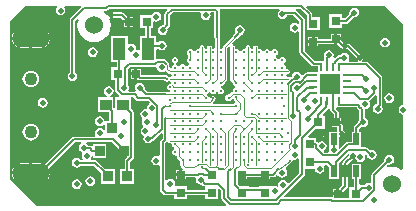
<source format=gbr>
%TF.GenerationSoftware,Altium Limited,Altium Designer,20.2.5 (213)*%
G04 Layer_Physical_Order=4*
G04 Layer_Color=16711680*
%FSLAX26Y26*%
%MOIN*%
%TF.SameCoordinates,0FE6C2C3-B7F4-45EC-A48D-0F423D7CACB9*%
%TF.FilePolarity,Positive*%
%TF.FileFunction,Copper,L4,Bot,Signal*%
%TF.Part,Single*%
G01*
G75*
%TA.AperFunction,SMDPad,CuDef*%
%ADD11R,0.031500X0.031500*%
%ADD18R,0.031500X0.031500*%
%TA.AperFunction,Conductor*%
%ADD22C,0.003000*%
%ADD23C,0.006000*%
%TA.AperFunction,ViaPad*%
%ADD24C,0.060000*%
%TA.AperFunction,ComponentPad*%
%ADD25C,0.043307*%
%ADD26O,0.125984X0.062992*%
%TA.AperFunction,ViaPad*%
%ADD27C,0.010000*%
%ADD28C,0.020000*%
%TA.AperFunction,SMDPad,CuDef*%
%ADD29R,0.009811X0.029716*%
%ADD30R,0.029716X0.009811*%
%ADD31R,0.070866X0.070866*%
%ADD32R,0.019685X0.039590*%
%ADD33R,0.043000X0.075000*%
%TA.AperFunction,ConnectorPad*%
%ADD34R,0.034000X0.038000*%
%TA.AperFunction,SMDPad,CuDef*%
%ADD35R,0.039370X0.038189*%
%TA.AperFunction,ConnectorPad*%
%ADD36R,0.032000X0.035000*%
%TA.AperFunction,NonConductor*%
%ADD37C,0.006000*%
G36*
X1698610Y2188389D02*
X1662244Y2152023D01*
X1660254Y2149046D01*
X1659556Y2145534D01*
Y1971286D01*
X1657197Y1969709D01*
X1653660Y1964417D01*
X1652419Y1958174D01*
X1653660Y1951931D01*
X1657197Y1946639D01*
X1662489Y1943102D01*
X1668732Y1941860D01*
X1674975Y1943102D01*
X1680267Y1946639D01*
X1683804Y1951931D01*
X1685046Y1958174D01*
X1683804Y1964417D01*
X1680267Y1969709D01*
X1677908Y1971286D01*
Y2141733D01*
X1684772Y2148597D01*
X1689011Y2145765D01*
X1687209Y2141413D01*
X1685311Y2127000D01*
X1687209Y2112587D01*
X1692772Y2099155D01*
X1701622Y2087622D01*
X1713156Y2078772D01*
X1726587Y2073209D01*
X1741000Y2071311D01*
X1755413Y2073209D01*
X1768844Y2078772D01*
X1780378Y2087622D01*
X1789228Y2099155D01*
X1794791Y2112587D01*
X1796689Y2127000D01*
X1794791Y2141413D01*
X1792044Y2148046D01*
X1793032Y2149619D01*
X1793575Y2150084D01*
Y2161653D01*
Y2170338D01*
X1791365Y2168862D01*
X1789155Y2165554D01*
X1788776Y2163647D01*
X1783552Y2162242D01*
X1780378Y2166378D01*
X1773592Y2171585D01*
X1775290Y2176585D01*
X1779695D01*
X1783206Y2177284D01*
X1786183Y2179273D01*
X1789912Y2183001D01*
X1983696D01*
X1985609Y2178382D01*
X1978194Y2170966D01*
X1976205Y2167990D01*
X1975506Y2164478D01*
Y2132445D01*
X1970229Y2127169D01*
X1969501Y2127314D01*
X1963258Y2126072D01*
X1957965Y2122535D01*
X1954429Y2117243D01*
X1953187Y2111000D01*
X1954429Y2104757D01*
X1957965Y2099465D01*
X1963258Y2095928D01*
X1969501Y2094686D01*
X1975744Y2095928D01*
X1981036Y2099465D01*
X1984572Y2104757D01*
X1985814Y2111000D01*
X1984852Y2115837D01*
X1991171Y2122156D01*
X1993160Y2125133D01*
X1993859Y2128644D01*
Y2160677D01*
X2004183Y2171001D01*
X2094706D01*
X2097587Y2166001D01*
X2096628Y2161177D01*
X2097869Y2154935D01*
X2101406Y2149642D01*
X2106698Y2146106D01*
X2112941Y2144864D01*
X2119184Y2146106D01*
X2124477Y2149642D01*
X2128013Y2154935D01*
X2129255Y2161177D01*
X2128295Y2166001D01*
X2131176Y2171001D01*
X2141548D01*
X2142151Y2170398D01*
Y2088978D01*
X2142849Y2085466D01*
X2143680Y2084223D01*
Y2053070D01*
X2138680Y2048967D01*
X2138531Y2048997D01*
X2138384Y2048967D01*
X2133384Y2053071D01*
Y2054709D01*
X2132802Y2057636D01*
X2131144Y2060117D01*
X2128664Y2061774D01*
X2125737Y2062356D01*
X2122811Y2061774D01*
X2120330Y2060117D01*
X2118672Y2057636D01*
X2118090Y2054709D01*
Y2053070D01*
X2113090Y2048967D01*
X2112941Y2048997D01*
X2112792Y2048967D01*
X2107792Y2053070D01*
Y2054709D01*
X2107210Y2057636D01*
X2105552Y2060117D01*
X2103072Y2061774D01*
X2100145Y2062356D01*
X2097219Y2061774D01*
X2094738Y2060117D01*
X2093080Y2057636D01*
X2092498Y2054709D01*
Y2053071D01*
X2087498Y2048967D01*
X2087351Y2048997D01*
X2083059Y2048143D01*
X2079421Y2045712D01*
X2077166Y2042338D01*
X2075184Y2042073D01*
X2073926D01*
X2071944Y2042338D01*
X2069690Y2045712D01*
X2066051Y2048143D01*
X2061759Y2048997D01*
X2057467Y2048143D01*
X2053829Y2045712D01*
X2051397Y2042073D01*
X2050544Y2037781D01*
X2051397Y2033489D01*
X2053829Y2029850D01*
X2054112Y2029661D01*
Y2020311D01*
X2053829Y2020122D01*
X2051397Y2016483D01*
X2050544Y2012191D01*
X2051397Y2007899D01*
X2053829Y2004260D01*
X2057200Y2002008D01*
X2057467Y2000000D01*
Y1998792D01*
X2057200Y1996784D01*
X2053829Y1994532D01*
X2051576Y1991160D01*
X2049568Y1990893D01*
X2048361D01*
X2046352Y1991160D01*
X2044100Y1994532D01*
X2040461Y1996963D01*
X2036169Y1997816D01*
X2031877Y1996963D01*
X2028239Y1994532D01*
X2025986Y1991160D01*
X2023978Y1990893D01*
X2022771D01*
X2020763Y1991160D01*
X2018510Y1994532D01*
X2015138Y1996784D01*
X2014871Y1998792D01*
Y2000000D01*
X2015138Y2002008D01*
X2018510Y2004260D01*
X2020941Y2007899D01*
X2021795Y2012191D01*
X2020941Y2016483D01*
X2018510Y2020122D01*
X2014871Y2022553D01*
X2010579Y2023407D01*
X2006287Y2022553D01*
X2002649Y2020122D01*
X2000217Y2016483D01*
X1999364Y2012191D01*
X2000217Y2007899D01*
X2002649Y2004260D01*
X2006020Y2002008D01*
X2006287Y2000000D01*
Y1998792D01*
X2006020Y1996784D01*
X2002649Y1994532D01*
X2000217Y1990893D01*
X1999364Y1986601D01*
X1999393Y1986452D01*
X1998970Y1985630D01*
X1995644Y1984589D01*
X1991534Y1987955D01*
Y1996815D01*
X1990951Y1999742D01*
X1989879Y2001347D01*
X1989515Y2003177D01*
X1987526Y2006154D01*
X1980611Y2013068D01*
X1977634Y2015057D01*
X1974122Y2015756D01*
X1951308D01*
X1948500Y2018060D01*
Y2046870D01*
X1949313Y2047653D01*
X1954717Y2048463D01*
X1960010Y2044926D01*
X1966253Y2043685D01*
X1972495Y2044926D01*
X1977788Y2048463D01*
X1981324Y2053755D01*
X1982566Y2059998D01*
X1981324Y2066241D01*
X1977788Y2071533D01*
X1972495Y2075070D01*
X1966253Y2076311D01*
X1960010Y2075070D01*
X1954717Y2071533D01*
X1949313Y2072343D01*
X1948500Y2073126D01*
Y2091500D01*
X1930176D01*
Y2117250D01*
X1937750D01*
Y2138206D01*
X1942750Y2140796D01*
X1948155Y2139720D01*
X1954398Y2140962D01*
X1959690Y2144499D01*
X1963226Y2149791D01*
X1964468Y2156034D01*
X1963226Y2162277D01*
X1959690Y2167569D01*
X1954398Y2171106D01*
X1948155Y2172347D01*
X1941912Y2171106D01*
X1936619Y2167569D01*
X1933083Y2162277D01*
X1932779Y2160750D01*
X1894250D01*
Y2117250D01*
X1911824D01*
Y2091500D01*
X1893500D01*
Y2046188D01*
X1889090Y2043831D01*
X1888349Y2044326D01*
X1885026Y2044987D01*
X1880738Y2049060D01*
X1879496Y2055303D01*
X1875960Y2060596D01*
X1870668Y2064132D01*
X1864425Y2065374D01*
X1858182Y2064132D01*
X1857500Y2063676D01*
X1852500Y2066349D01*
Y2091500D01*
X1797500D01*
Y2004500D01*
X1815824D01*
Y1987750D01*
X1798250D01*
Y1944250D01*
X1810824D01*
Y1911210D01*
X1811522Y1907699D01*
X1813511Y1904722D01*
X1825139Y1893094D01*
X1823067Y1888094D01*
X1811253D01*
Y1855172D01*
X1806253Y1852462D01*
X1805071Y1853231D01*
X1804749Y1853789D01*
Y1888094D01*
X1794513D01*
X1794020Y1893094D01*
X1795822Y1893453D01*
X1801114Y1896989D01*
X1804651Y1902282D01*
X1805893Y1908525D01*
X1804651Y1914767D01*
X1801114Y1920060D01*
X1795822Y1923596D01*
X1789579Y1924838D01*
X1783336Y1923596D01*
X1778044Y1920060D01*
X1774507Y1914767D01*
X1773266Y1908525D01*
X1774507Y1902282D01*
X1778044Y1896989D01*
X1783336Y1893453D01*
X1785138Y1893094D01*
X1784646Y1888094D01*
X1753379D01*
Y1837906D01*
X1790824D01*
Y1807706D01*
X1781071D01*
X1778000Y1807706D01*
X1775479Y1811662D01*
X1775072Y1813708D01*
X1771535Y1819000D01*
X1766243Y1822537D01*
X1760000Y1823778D01*
X1753757Y1822537D01*
X1748465Y1819000D01*
X1744928Y1813708D01*
X1743687Y1807465D01*
X1744928Y1801222D01*
X1748465Y1795930D01*
X1753757Y1792393D01*
X1760000Y1791151D01*
X1766243Y1792393D01*
X1771535Y1795930D01*
X1773000Y1798121D01*
X1778000Y1796605D01*
Y1779461D01*
X1773000Y1777944D01*
X1771535Y1780136D01*
X1766243Y1783672D01*
X1760000Y1784914D01*
X1753757Y1783672D01*
X1748465Y1780136D01*
X1744928Y1774843D01*
X1743687Y1768601D01*
X1744928Y1762358D01*
X1745370Y1761696D01*
X1742698Y1756696D01*
X1673426D01*
X1669914Y1755998D01*
X1666938Y1754009D01*
X1576426Y1663497D01*
X1569718Y1666275D01*
X1561496Y1667358D01*
X1535000D01*
Y1640590D01*
X1592606D01*
X1592181Y1643812D01*
X1589403Y1650520D01*
X1677227Y1738344D01*
X1696907D01*
X1698423Y1733344D01*
X1695279Y1731242D01*
X1691742Y1725950D01*
X1690501Y1719707D01*
X1691742Y1713464D01*
X1695279Y1708172D01*
X1700439Y1704724D01*
X1702103Y1700103D01*
X1701065Y1698550D01*
X1699823Y1692307D01*
X1701065Y1686064D01*
X1702887Y1683337D01*
X1700512Y1678894D01*
X1695616Y1678781D01*
X1694336Y1680696D01*
X1689044Y1684233D01*
X1682801Y1685475D01*
X1676558Y1684233D01*
X1671265Y1680696D01*
X1667729Y1675404D01*
X1666487Y1669161D01*
X1667729Y1662918D01*
X1671265Y1657626D01*
X1676558Y1654089D01*
X1682801Y1652848D01*
X1689044Y1654089D01*
X1694336Y1657626D01*
X1695912Y1659985D01*
X1740538D01*
X1765500Y1635023D01*
Y1600000D01*
X1811500D01*
Y1650000D01*
X1776477D01*
X1750828Y1675650D01*
X1747851Y1677639D01*
X1744339Y1678337D01*
X1732059D01*
X1729386Y1683337D01*
X1731208Y1686064D01*
X1732450Y1692307D01*
X1736820Y1695968D01*
X1737646Y1695652D01*
Y1686296D01*
X1781646D01*
Y1733296D01*
X1737646D01*
Y1725778D01*
X1732646Y1723707D01*
X1732303Y1724050D01*
X1729326Y1726040D01*
X1725814Y1726738D01*
X1721359D01*
X1718349Y1731242D01*
X1715205Y1733344D01*
X1716721Y1738344D01*
X1798829D01*
X1819365Y1717807D01*
X1822342Y1715818D01*
X1822982Y1715691D01*
X1823877Y1714796D01*
X1840354D01*
Y1709796D01*
X1845354D01*
Y1692296D01*
X1849572D01*
X1851485Y1687677D01*
X1845011Y1681203D01*
X1843022Y1678226D01*
X1842324Y1674714D01*
Y1650000D01*
X1828500D01*
Y1600000D01*
X1874500D01*
Y1650000D01*
X1860676D01*
Y1670913D01*
X1871843Y1682080D01*
X1873832Y1685056D01*
X1874530Y1688568D01*
Y1797301D01*
X1874273Y1798595D01*
Y1834841D01*
X1873574Y1838353D01*
X1871585Y1841330D01*
X1862623Y1850292D01*
Y1887857D01*
X1872134D01*
X1881446Y1878544D01*
X1884423Y1876555D01*
X1887935Y1875857D01*
X1921481D01*
X1926745Y1870593D01*
X1925246Y1865020D01*
X1921157Y1862288D01*
X1917621Y1856995D01*
X1916379Y1850753D01*
X1913351Y1847725D01*
X1911644Y1848064D01*
X1905401Y1846822D01*
X1900109Y1843286D01*
X1896573Y1837994D01*
X1895331Y1831751D01*
X1896573Y1825508D01*
X1900109Y1820215D01*
X1900741Y1819793D01*
X1901878Y1813020D01*
X1900730Y1811301D01*
X1899488Y1805058D01*
X1900730Y1798815D01*
X1904017Y1793896D01*
X1904246Y1793371D01*
X1903520Y1788008D01*
X1900599Y1786056D01*
X1897063Y1780764D01*
X1895821Y1774521D01*
X1897063Y1768278D01*
X1900599Y1762985D01*
X1905892Y1759449D01*
X1906705Y1757485D01*
X1905928Y1756322D01*
X1904687Y1750079D01*
X1905928Y1743836D01*
X1909465Y1738544D01*
X1914757Y1735007D01*
X1921000Y1733765D01*
X1927243Y1735007D01*
X1932535Y1738544D01*
X1934482Y1741456D01*
X1935010D01*
X1938522Y1742155D01*
X1941498Y1744144D01*
X1964457Y1767102D01*
X1969076Y1765189D01*
Y1749853D01*
X1963279Y1744056D01*
X1961290Y1741079D01*
X1960591Y1737567D01*
Y1693842D01*
X1955591Y1691170D01*
X1954398Y1691967D01*
X1948155Y1693209D01*
X1941912Y1691967D01*
X1936619Y1688431D01*
X1933083Y1683138D01*
X1931841Y1676895D01*
X1933083Y1670652D01*
X1936619Y1665360D01*
X1941912Y1661824D01*
X1948155Y1660582D01*
X1954398Y1661824D01*
X1955591Y1662621D01*
X1960591Y1659948D01*
Y1580000D01*
X1961290Y1576488D01*
X1963279Y1573511D01*
X1973279Y1563511D01*
X1976256Y1561522D01*
X1979767Y1560824D01*
X2008718D01*
Y1548250D01*
X2052218D01*
Y1560824D01*
X2111080D01*
Y1548250D01*
X2154580D01*
Y1580631D01*
X2159199Y1582545D01*
X2165299Y1576445D01*
Y1551115D01*
X2165997Y1547603D01*
X2167987Y1544626D01*
X2182233Y1530380D01*
X2180162Y1525380D01*
X1551592D01*
X1460373Y1616599D01*
Y2143000D01*
X1510762Y2193389D01*
X1616104D01*
X1617674Y2188425D01*
X1614138Y2183132D01*
X1612896Y2176889D01*
X1614138Y2170646D01*
X1617674Y2165354D01*
X1622966Y2161818D01*
X1629209Y2160576D01*
X1635452Y2161818D01*
X1640745Y2165354D01*
X1644281Y2170646D01*
X1645523Y2176889D01*
X1644281Y2183132D01*
X1640745Y2188425D01*
X1642315Y2193389D01*
X1696539D01*
X1698610Y2188389D01*
D02*
G37*
G36*
X2360287Y2178001D02*
X2357312Y2176013D01*
X2353776Y2170721D01*
X2352534Y2164478D01*
X2353776Y2158235D01*
X2357312Y2152943D01*
X2362604Y2149406D01*
X2368847Y2148164D01*
X2375090Y2149406D01*
X2380383Y2152943D01*
X2383919Y2158235D01*
X2384473Y2161019D01*
X2405237D01*
X2425074Y2141182D01*
Y2132683D01*
X2422376Y2131326D01*
X2420074Y2130752D01*
X2415280Y2133955D01*
X2409038Y2135197D01*
X2402795Y2133955D01*
X2397502Y2130419D01*
X2393966Y2125126D01*
X2392724Y2118883D01*
X2393966Y2112640D01*
X2397502Y2107348D01*
X2402795Y2103811D01*
X2409038Y2102570D01*
X2415280Y2103811D01*
X2420074Y2107014D01*
X2422376Y2106441D01*
X2425074Y2105084D01*
Y2037781D01*
X2425772Y2034269D01*
X2427761Y2031292D01*
X2466016Y1993038D01*
X2468993Y1991049D01*
X2472505Y1990350D01*
X2486762D01*
Y1971906D01*
X2450142D01*
Y1970173D01*
X2446648Y1969478D01*
X2443671Y1967489D01*
X2436869Y1960687D01*
X2432828Y1961913D01*
X2431796Y1962685D01*
X2428515Y1967595D01*
X2423223Y1971132D01*
X2416980Y1972373D01*
X2410737Y1971132D01*
X2405445Y1967595D01*
X2401908Y1962303D01*
X2400899Y1957232D01*
X2398381Y1955549D01*
X2396899Y1954067D01*
X2391183Y1953622D01*
X2388702Y1955280D01*
X2385776Y1955862D01*
X2384137D01*
X2380034Y1960862D01*
X2380063Y1961009D01*
X2380033Y1961158D01*
X2384137Y1966158D01*
X2385776D01*
X2388702Y1966740D01*
X2391183Y1968398D01*
X2392840Y1970879D01*
X2393423Y1973805D01*
X2392840Y1976731D01*
X2391183Y1979212D01*
X2388702Y1980870D01*
X2385776Y1981452D01*
X2384137D01*
X2380033Y1986452D01*
X2380063Y1986601D01*
X2379209Y1990893D01*
X2376778Y1994532D01*
X2373406Y1996784D01*
X2373139Y1998792D01*
Y2000000D01*
X2373406Y2002008D01*
X2376778Y2004260D01*
X2379209Y2007899D01*
X2380063Y2012191D01*
X2379209Y2016483D01*
X2376778Y2020122D01*
X2373139Y2022553D01*
X2368847Y2023407D01*
X2364555Y2022553D01*
X2360917Y2020122D01*
X2358664Y2016750D01*
X2356656Y2016483D01*
X2355449D01*
X2353441Y2016750D01*
X2351188Y2020122D01*
X2347816Y2022374D01*
X2347549Y2024382D01*
Y2025590D01*
X2347816Y2027598D01*
X2351188Y2029850D01*
X2353619Y2033489D01*
X2354473Y2037781D01*
X2353619Y2042073D01*
X2351188Y2045712D01*
X2347549Y2048143D01*
X2343257Y2048997D01*
X2338965Y2048143D01*
X2335327Y2045712D01*
X2333074Y2042340D01*
X2331066Y2042073D01*
X2329859D01*
X2327851Y2042340D01*
X2325598Y2045712D01*
X2321959Y2048143D01*
X2317667Y2048997D01*
X2313375Y2048143D01*
X2309737Y2045712D01*
X2307484Y2042340D01*
X2305476Y2042073D01*
X2304269D01*
X2302260Y2042340D01*
X2300008Y2045712D01*
X2296369Y2048143D01*
X2292077Y2048997D01*
X2291928Y2048967D01*
X2286928Y2053070D01*
Y2054709D01*
X2286346Y2057636D01*
X2284688Y2060117D01*
X2282207Y2061774D01*
X2279281Y2062356D01*
X2276355Y2061774D01*
X2273874Y2060117D01*
X2272216Y2057636D01*
X2271634Y2054709D01*
Y2053070D01*
X2266634Y2048967D01*
X2266485Y2048997D01*
X2266336Y2048967D01*
X2261336Y2053070D01*
Y2054709D01*
X2260754Y2057636D01*
X2259096Y2060117D01*
X2256615Y2061774D01*
X2253689Y2062356D01*
X2250763Y2061774D01*
X2248282Y2060117D01*
X2246624Y2057636D01*
X2246042Y2054709D01*
Y2053071D01*
X2241042Y2048967D01*
X2240895Y2048997D01*
X2236603Y2048143D01*
X2232965Y2045712D01*
X2230712Y2042340D01*
X2228704Y2042073D01*
X2227497D01*
X2225488Y2042340D01*
X2223236Y2045712D01*
X2219597Y2048143D01*
X2215305Y2048997D01*
X2215156Y2048967D01*
X2210156Y2053070D01*
Y2054709D01*
X2209574Y2057636D01*
X2207916Y2060117D01*
X2205436Y2061774D01*
X2202509Y2062356D01*
X2202435Y2062341D01*
X2199972Y2066950D01*
X2213231Y2080208D01*
X2214697Y2080500D01*
X2217674Y2082489D01*
X2228638Y2093453D01*
X2229840Y2095251D01*
X2233243Y2095928D01*
X2238535Y2099465D01*
X2242072Y2104757D01*
X2243314Y2111000D01*
X2242072Y2117243D01*
X2238535Y2122535D01*
X2233243Y2126072D01*
X2227000Y2127314D01*
X2220757Y2126072D01*
X2215465Y2122535D01*
X2211928Y2117243D01*
X2210686Y2111000D01*
X2211928Y2104757D01*
X2212753Y2103523D01*
X2204697Y2095466D01*
X2202708Y2092490D01*
X2202416Y2091023D01*
X2171510Y2060117D01*
X2169852Y2057636D01*
X2169270Y2054709D01*
Y2053070D01*
X2164270Y2048967D01*
X2164121Y2048997D01*
X2163974Y2048967D01*
X2158974Y2053071D01*
Y2084223D01*
X2159805Y2085466D01*
X2160503Y2088978D01*
Y2174199D01*
X2159805Y2177710D01*
X2159611Y2178001D01*
X2162283Y2183001D01*
X2358770D01*
X2360287Y2178001D01*
D02*
G37*
G36*
X2769176Y2133302D02*
Y1861589D01*
X2765827Y1860923D01*
X2760534Y1857386D01*
X2756998Y1852094D01*
X2755756Y1845851D01*
X2756998Y1839608D01*
X2760534Y1834316D01*
X2765827Y1830779D01*
X2769176Y1830113D01*
Y1647487D01*
X2764692Y1645276D01*
X2760845Y1648228D01*
X2747413Y1653791D01*
X2733000Y1655689D01*
X2719378Y1653896D01*
X2716102Y1657691D01*
X2722162Y1663751D01*
X2724945Y1663197D01*
X2731188Y1664439D01*
X2736480Y1667976D01*
X2740017Y1673268D01*
X2741258Y1679511D01*
X2740017Y1685754D01*
X2736480Y1691046D01*
X2731188Y1694583D01*
X2724945Y1695824D01*
X2718702Y1694583D01*
X2713410Y1691046D01*
X2709873Y1685754D01*
X2708631Y1679511D01*
X2709185Y1676728D01*
X2668299Y1635842D01*
X2666310Y1632865D01*
X2665611Y1629353D01*
Y1604254D01*
X2660611Y1601373D01*
X2655787Y1602333D01*
X2649544Y1601091D01*
X2644252Y1597555D01*
X2642676Y1595196D01*
X2633019D01*
X2629508Y1594497D01*
X2629176Y1594276D01*
X2624176Y1596948D01*
Y1615205D01*
X2630843D01*
Y1666795D01*
X2599157D01*
Y1615205D01*
X2605824D01*
Y1587750D01*
X2591250D01*
Y1550426D01*
X2568750D01*
Y1561000D01*
X2553000D01*
X2537250D01*
Y1556924D01*
X2534810Y1555074D01*
X2532250Y1553884D01*
X2529522Y1554426D01*
X2376521D01*
X2374607Y1559046D01*
X2440739Y1625177D01*
X2442728Y1628154D01*
X2443426Y1631666D01*
Y1649250D01*
X2476075D01*
X2477306Y1643060D01*
X2480843Y1637768D01*
X2486135Y1634231D01*
X2492378Y1632989D01*
X2498621Y1634231D01*
X2503913Y1637768D01*
X2507450Y1643060D01*
X2508691Y1649303D01*
X2507450Y1655546D01*
X2506596Y1656824D01*
X2509269Y1661824D01*
X2516350D01*
X2524356Y1653818D01*
Y1615205D01*
X2556041D01*
Y1646956D01*
X2556217Y1647842D01*
Y1668239D01*
X2587146Y1699168D01*
X2589109Y1698877D01*
X2589235Y1698796D01*
X2590970Y1693546D01*
X2571111Y1673688D01*
X2569122Y1670711D01*
X2568424Y1667199D01*
Y1660795D01*
X2567758D01*
Y1646000D01*
X2577600D01*
X2587443D01*
Y1660795D01*
X2587443Y1660795D01*
X2587443D01*
X2587443Y1660795D01*
X2588666Y1665288D01*
X2606180Y1682802D01*
X2606610Y1682887D01*
X2607855Y1683719D01*
X2613266Y1681933D01*
X2613362Y1681843D01*
X2616848Y1676626D01*
X2622140Y1673089D01*
X2628383Y1671848D01*
X2634626Y1673089D01*
X2639918Y1676626D01*
X2643455Y1681918D01*
X2644697Y1688161D01*
X2643738Y1692977D01*
X2645803Y1697310D01*
X2646377Y1698021D01*
X2650070Y1695816D01*
X2651311Y1689573D01*
X2654848Y1684280D01*
X2660140Y1680744D01*
X2666383Y1679502D01*
X2672626Y1680744D01*
X2677918Y1684280D01*
X2681455Y1689573D01*
X2682697Y1695816D01*
X2681455Y1702059D01*
X2677918Y1707351D01*
X2672626Y1710888D01*
X2666383Y1712129D01*
X2661594Y1711177D01*
X2654975Y1717796D01*
X2651998Y1719785D01*
X2648486Y1720483D01*
X2635328D01*
X2630843Y1721725D01*
Y1773315D01*
X2624176D01*
Y1780817D01*
X2632310Y1788951D01*
X2637915Y1787836D01*
X2644158Y1789078D01*
X2649451Y1792614D01*
X2652987Y1797906D01*
X2654229Y1804149D01*
X2652987Y1810392D01*
X2649451Y1815685D01*
X2644158Y1819221D01*
X2643707Y1819311D01*
Y1842760D01*
X2644514Y1847630D01*
X2650757Y1848872D01*
X2656050Y1852409D01*
X2659586Y1857701D01*
X2660828Y1863944D01*
X2659586Y1870187D01*
X2659585Y1870188D01*
X2659481Y1870393D01*
X2659481Y1870394D01*
X2659481Y1870394D01*
X2658120Y1874466D01*
X2661097Y1876455D01*
X2678432Y1893790D01*
X2683432Y1891719D01*
Y1866949D01*
X2683196Y1866714D01*
X2681673Y1864433D01*
X2680673Y1864235D01*
X2675381Y1860698D01*
X2671844Y1855406D01*
X2670603Y1849163D01*
X2671844Y1842920D01*
X2675381Y1837627D01*
X2680673Y1834091D01*
X2686916Y1832849D01*
X2693159Y1834091D01*
X2698452Y1837627D01*
X2701988Y1842920D01*
X2703230Y1849163D01*
X2701988Y1855406D01*
X2700123Y1858196D01*
X2701086Y1859637D01*
X2701784Y1863148D01*
Y1953499D01*
X2701086Y1957011D01*
X2699097Y1959988D01*
X2654975Y2004109D01*
X2651998Y2006099D01*
X2648486Y2006797D01*
X2635188D01*
X2633671Y2011797D01*
X2634669Y2012464D01*
X2636145Y2014673D01*
X2627459D01*
Y2024673D01*
X2636145D01*
X2634669Y2026883D01*
X2631361Y2029093D01*
X2629657Y2029432D01*
X2595281Y2063808D01*
X2592304Y2065797D01*
X2588793Y2066496D01*
X2582326D01*
X2581178Y2067262D01*
Y2058576D01*
Y2048143D01*
X2584992D01*
X2619400Y2013734D01*
X2620249Y2012464D01*
X2621247Y2011797D01*
X2619730Y2006797D01*
X2592301D01*
X2589628Y2011797D01*
X2590460Y2013041D01*
X2591702Y2019284D01*
X2590460Y2025527D01*
X2586923Y2030819D01*
X2581631Y2034356D01*
X2575388Y2035598D01*
X2569145Y2034356D01*
X2563853Y2030819D01*
X2562276Y2028460D01*
X2555848D01*
X2552337Y2027762D01*
X2549360Y2025773D01*
X2542791Y2019204D01*
X2540433Y2020417D01*
X2538668Y2022152D01*
X2539760Y2027644D01*
X2538519Y2033887D01*
X2534982Y2039179D01*
X2529690Y2042716D01*
X2523447Y2043957D01*
X2517204Y2042716D01*
X2511911Y2039179D01*
X2508375Y2033887D01*
X2507133Y2027644D01*
X2508375Y2021401D01*
X2508781Y2020794D01*
X2508178Y2017763D01*
Y2008526D01*
X2496649D01*
X2495762Y2008703D01*
X2476306D01*
X2443426Y2041582D01*
Y2144983D01*
X2442728Y2148494D01*
X2440739Y2151471D01*
X2415526Y2176684D01*
X2413554Y2178001D01*
X2414467Y2183001D01*
X2427499D01*
X2449824Y2160677D01*
Y2154750D01*
X2449250D01*
Y2111250D01*
X2492750D01*
Y2154750D01*
X2468176D01*
Y2164478D01*
X2467478Y2167990D01*
X2465489Y2170967D01*
X2447686Y2188770D01*
X2449599Y2193389D01*
X2709089D01*
X2769176Y2133302D01*
D02*
G37*
G36*
X1946747Y1988519D02*
X1950242Y1986057D01*
X1951181Y1981337D01*
X1954717Y1976044D01*
X1960010Y1972508D01*
X1966253Y1971266D01*
X1972495Y1972508D01*
X1977788Y1976044D01*
X1980345Y1976296D01*
X1988243Y1968398D01*
X1988244Y1968398D01*
X1990725Y1966740D01*
X1993651Y1966158D01*
X1993651Y1966158D01*
X1995290D01*
X1999393Y1961158D01*
X1999364Y1961009D01*
X1999393Y1960862D01*
X1995434Y1955862D01*
X1992508Y1955280D01*
X1990848Y1954171D01*
X1990798Y1954245D01*
X1988976Y1955462D01*
X1987526Y1957633D01*
X1985420Y1959739D01*
X1982444Y1961728D01*
X1978932Y1962426D01*
X1896551D01*
X1895750Y1963227D01*
Y1981750D01*
X1885000D01*
Y1966000D01*
Y1948023D01*
X1886261Y1946761D01*
X1889238Y1944772D01*
X1892750Y1944074D01*
X1975420D01*
X1977525Y1942667D01*
X1978992Y1942375D01*
X1979200Y1942168D01*
X1981680Y1940510D01*
X1984607Y1939928D01*
X1984978D01*
X1987904Y1940510D01*
X1990385Y1942168D01*
X1990570Y1942445D01*
X1992508Y1941150D01*
X1995434Y1940568D01*
X1996095Y1939807D01*
X1996323Y1934138D01*
X1996314Y1934125D01*
X1994726Y1932748D01*
X1990434Y1931894D01*
X1986795Y1929463D01*
X1984364Y1925824D01*
X1983510Y1921532D01*
X1984364Y1917240D01*
X1986795Y1913602D01*
X1990434Y1911170D01*
X1993627Y1910535D01*
X1994124Y1909680D01*
X1992223Y1905740D01*
X1990711Y1904680D01*
X1985792D01*
X1984549Y1905511D01*
X1981037Y1906209D01*
X1918996D01*
X1908510Y1916696D01*
X1909063Y1919479D01*
X1907822Y1925722D01*
X1904285Y1931014D01*
X1898993Y1934550D01*
X1892750Y1935792D01*
X1886507Y1934550D01*
X1881215Y1931014D01*
X1877678Y1925722D01*
X1876437Y1919479D01*
X1877678Y1913236D01*
X1879432Y1910612D01*
X1876425Y1906112D01*
X1875935Y1906209D01*
X1857266D01*
X1854593Y1911209D01*
X1855947Y1913236D01*
X1857189Y1919479D01*
X1855947Y1925722D01*
X1853926Y1928746D01*
Y1982570D01*
X1859801Y1988445D01*
X1942349D01*
X1945123Y1988996D01*
X1946747Y1988519D01*
D02*
G37*
G36*
X2194877Y2054784D02*
X2194862Y2054709D01*
Y1948215D01*
X2195444Y1945289D01*
X2197102Y1942808D01*
X2204156Y1935754D01*
X2204090Y1935419D01*
X2204943Y1931127D01*
X2207375Y1927488D01*
X2210746Y1925236D01*
X2211013Y1923228D01*
Y1922020D01*
X2210746Y1920012D01*
X2207375Y1917760D01*
X2204943Y1914121D01*
X2204284Y1910806D01*
X2204090Y1909829D01*
X2204054Y1909286D01*
X2203836Y1906007D01*
X2200910Y1905425D01*
X2198429Y1903767D01*
X2198429Y1903767D01*
X2191730Y1897068D01*
X2189074Y1897597D01*
X2184782Y1896743D01*
X2181143Y1894312D01*
X2178712Y1890673D01*
X2177858Y1886381D01*
X2178712Y1882089D01*
X2181143Y1878451D01*
X2184782Y1876019D01*
X2189074Y1875166D01*
X2193366Y1876019D01*
X2197005Y1878451D01*
X2199436Y1882089D01*
X2202400Y1883929D01*
X2203391Y1883829D01*
X2207560Y1882042D01*
X2207658Y1881548D01*
Y1880886D01*
X2208240Y1877959D01*
X2209898Y1875479D01*
X2211201Y1874175D01*
X2209733Y1868572D01*
X2207375Y1866997D01*
X2207185Y1866713D01*
X2138354D01*
X2136441Y1871332D01*
X2143938Y1878830D01*
X2145596Y1881311D01*
X2146178Y1884237D01*
X2145596Y1887163D01*
X2143938Y1889644D01*
X2141458Y1891302D01*
X2138531Y1891884D01*
X2135605Y1891302D01*
X2133124Y1889644D01*
X2129000Y1885520D01*
X2123574Y1887166D01*
X2123303Y1888529D01*
X2120872Y1892168D01*
X2117498Y1894422D01*
X2117233Y1896404D01*
Y1897662D01*
X2117498Y1899644D01*
X2120872Y1901898D01*
X2123124Y1905270D01*
X2125133Y1905537D01*
X2126340D01*
X2128348Y1905270D01*
X2130601Y1901898D01*
X2134239Y1899467D01*
X2138531Y1898613D01*
X2142823Y1899467D01*
X2146462Y1901898D01*
X2147715Y1903774D01*
X2149643Y1904039D01*
X2153225Y1903636D01*
X2155109Y1900816D01*
X2158747Y1898385D01*
X2163039Y1897532D01*
X2167331Y1898385D01*
X2170970Y1900816D01*
X2173401Y1904455D01*
X2174255Y1908747D01*
X2173401Y1913039D01*
X2170970Y1916678D01*
X2167331Y1919109D01*
X2164102Y1919751D01*
X2164448Y1924530D01*
X2168740Y1925384D01*
X2172378Y1927815D01*
X2174809Y1931453D01*
X2175663Y1935745D01*
X2175597Y1936080D01*
X2182324Y1942808D01*
X2183982Y1945289D01*
X2184564Y1948215D01*
X2184564Y1948216D01*
Y2051542D01*
X2190269Y2057247D01*
X2194877Y2054784D01*
D02*
G37*
G36*
X2558630Y1854241D02*
X2616702D01*
X2617036Y1852562D01*
X2619026Y1849585D01*
X2625355Y1843256D01*
Y1814151D01*
X2622844Y1810392D01*
X2621614Y1804209D01*
X2608511Y1791107D01*
X2606522Y1788130D01*
X2605824Y1784618D01*
Y1773315D01*
X2599157D01*
Y1739901D01*
X2588755D01*
X2585243Y1739203D01*
X2582266Y1737213D01*
X2560974Y1715921D01*
X2557372Y1717013D01*
X2556041Y1721725D01*
X2556041D01*
X2556041Y1721725D01*
Y1755400D01*
X2558837Y1756766D01*
X2561041Y1757303D01*
X2562783Y1756139D01*
Y1764825D01*
X2567783D01*
Y1769825D01*
X2576678D01*
X2576223Y1772112D01*
X2574234Y1775089D01*
X2570382Y1778940D01*
Y1791542D01*
X2569684Y1795054D01*
X2567695Y1798031D01*
X2566433Y1799292D01*
X2548456D01*
X2532706D01*
Y1788542D01*
X2551229D01*
X2552030Y1787741D01*
Y1775140D01*
X2550532Y1773315D01*
X2524356D01*
Y1721725D01*
X2524355Y1721725D01*
X2524680Y1716725D01*
X2523885Y1712724D01*
X2524844Y1707900D01*
X2521963Y1702900D01*
X2510141D01*
X2507429Y1706158D01*
X2508394Y1711388D01*
X2511783Y1713653D01*
X2515320Y1718945D01*
X2516561Y1725188D01*
X2515320Y1731431D01*
X2511783Y1736723D01*
X2506491Y1740260D01*
X2500248Y1741502D01*
X2494005Y1740260D01*
X2488713Y1736723D01*
X2487843Y1737329D01*
X2487737Y1737489D01*
X2484760Y1739478D01*
X2481248Y1740176D01*
X2480750D01*
Y1752750D01*
X2456032D01*
X2454119Y1757369D01*
X2460481Y1763732D01*
X2461662Y1764521D01*
X2479683Y1782542D01*
X2510206D01*
Y1826042D01*
X2504966D01*
X2503053Y1830661D01*
X2521937Y1849546D01*
X2522862Y1850929D01*
X2527862Y1849413D01*
Y1846892D01*
X2528560Y1843380D01*
X2530549Y1840403D01*
X2539280Y1831673D01*
Y1820042D01*
X2532706D01*
Y1809292D01*
X2548456D01*
X2564206D01*
Y1820042D01*
X2557632D01*
Y1835474D01*
X2556934Y1838985D01*
X2554945Y1841962D01*
X2547489Y1849418D01*
X2549292Y1854418D01*
X2557743D01*
X2558630Y1854241D01*
D02*
G37*
G36*
X2422376Y1683373D02*
X2425074Y1682016D01*
Y1635467D01*
X2390590Y1600983D01*
X2385805Y1602434D01*
X2385682Y1603053D01*
X2382145Y1608345D01*
X2376853Y1611882D01*
X2370610Y1613123D01*
X2364367Y1611882D01*
X2359075Y1608345D01*
X2355538Y1603053D01*
X2354296Y1596810D01*
X2355079Y1592878D01*
X2350579Y1589871D01*
X2349959Y1590285D01*
X2343716Y1591527D01*
X2338716Y1590533D01*
X2333716Y1591750D01*
Y1591750D01*
X2290216D01*
Y1589176D01*
X2256944D01*
Y1591750D01*
X2226421D01*
X2219620Y1598551D01*
Y1614250D01*
X2230194D01*
Y1630000D01*
X2240194D01*
Y1614250D01*
X2250944D01*
Y1620824D01*
X2296216D01*
Y1614250D01*
X2306966D01*
Y1630000D01*
X2316966D01*
Y1614250D01*
X2327716D01*
Y1620824D01*
X2337358D01*
X2337358Y1620824D01*
X2337358Y1620824D01*
X2338429Y1620824D01*
X2340394Y1621215D01*
X2341940Y1621522D01*
X2341940Y1621523D01*
X2341941Y1621523D01*
X2343551Y1622599D01*
X2344917Y1623512D01*
X2347553Y1626148D01*
X2347811Y1626534D01*
X2348170Y1626830D01*
X2348623Y1627384D01*
X2354626Y1626828D01*
X2356479Y1624055D01*
X2361771Y1620518D01*
X2368014Y1619276D01*
X2374257Y1620518D01*
X2379550Y1624055D01*
X2383086Y1629347D01*
X2384328Y1635590D01*
X2383086Y1641833D01*
X2379550Y1647125D01*
X2379430Y1647206D01*
X2379037Y1648054D01*
X2379135Y1653416D01*
X2398792Y1671229D01*
X2400570Y1673625D01*
X2401250Y1676341D01*
X2401320Y1676539D01*
X2405812Y1680144D01*
X2409038Y1679502D01*
X2415280Y1680744D01*
X2420074Y1683947D01*
X2422376Y1683373D01*
D02*
G37*
G36*
X1990725Y1736422D02*
X1993651Y1735840D01*
X1995290D01*
X1999393Y1730840D01*
X1999364Y1730693D01*
X2000217Y1726401D01*
X2002649Y1722762D01*
X2006020Y1720510D01*
X2006287Y1718502D01*
Y1717294D01*
X2006020Y1715286D01*
X2002649Y1713034D01*
X2000217Y1709395D01*
X1999364Y1705103D01*
X2000217Y1700811D01*
X2002649Y1697172D01*
X2006287Y1694741D01*
X2010579Y1693888D01*
X2010727Y1693917D01*
X2015542Y1692366D01*
X2016130Y1690282D01*
X2016309Y1689380D01*
X2017967Y1686899D01*
X2025020Y1679846D01*
X2024954Y1679511D01*
X2025807Y1675219D01*
X2028239Y1671580D01*
X2028522Y1671391D01*
Y1662223D01*
X2029104Y1659297D01*
X2030762Y1656816D01*
X2037653Y1649925D01*
X2037547Y1648847D01*
X2035468Y1646539D01*
Y1630000D01*
Y1614250D01*
X2046218D01*
Y1620824D01*
X2077774D01*
X2081154Y1615824D01*
X2080406Y1612064D01*
X2081648Y1605821D01*
X2085184Y1600528D01*
X2090477Y1596992D01*
X2096720Y1595750D01*
X2101778Y1596756D01*
X2105030Y1593504D01*
X2108007Y1591515D01*
X2111080Y1590903D01*
Y1579176D01*
X2052218D01*
Y1591750D01*
X2014720D01*
X2011101Y1596750D01*
X2011748Y1600000D01*
X2010506Y1606243D01*
X2006969Y1611535D01*
X2001677Y1615072D01*
X1995434Y1616313D01*
X1989191Y1615072D01*
X1983899Y1611535D01*
X1978944Y1613119D01*
Y1733766D01*
X1982641Y1737464D01*
X1988244Y1738080D01*
X1990725Y1736422D01*
D02*
G37*
%LPC*%
G36*
X1871750Y2154750D02*
X1861000D01*
Y2144000D01*
X1871750D01*
Y2154750D01*
D02*
G37*
G36*
X1833348Y2170829D02*
X1803575D01*
Y2161653D01*
Y2152476D01*
X1829547D01*
X1838023Y2144000D01*
X1851000D01*
Y2156977D01*
X1839836Y2168141D01*
X1836859Y2170130D01*
X1833348Y2170829D01*
D02*
G37*
G36*
X1871750Y2134000D02*
X1861000D01*
Y2123250D01*
X1871750D01*
Y2134000D01*
D02*
G37*
G36*
X1851000D02*
X1840250D01*
Y2123250D01*
X1851000D01*
Y2134000D01*
D02*
G37*
G36*
X1561496Y2116178D02*
X1535000D01*
Y2089410D01*
X1592606D01*
X1592181Y2092632D01*
X1589008Y2100294D01*
X1583959Y2106873D01*
X1577380Y2111922D01*
X1569718Y2115095D01*
X1561496Y2116178D01*
D02*
G37*
G36*
X1525000D02*
X1498504D01*
X1490282Y2115095D01*
X1482620Y2111922D01*
X1476041Y2106873D01*
X1470992Y2100294D01*
X1467819Y2092632D01*
X1467394Y2089410D01*
X1525000D01*
Y2116178D01*
D02*
G37*
G36*
X1592606Y2079410D02*
X1535000D01*
Y2052642D01*
X1561496D01*
X1569718Y2053725D01*
X1577380Y2056898D01*
X1583959Y2061947D01*
X1589008Y2068526D01*
X1592181Y2076188D01*
X1592606Y2079410D01*
D02*
G37*
G36*
X1525000D02*
X1467394D01*
X1467819Y2076188D01*
X1470992Y2068526D01*
X1476041Y2061947D01*
X1482620Y2056898D01*
X1490282Y2053725D01*
X1498504Y2052642D01*
X1525000D01*
Y2079410D01*
D02*
G37*
G36*
X1736700Y2054101D02*
X1730457Y2052859D01*
X1725164Y2049323D01*
X1721628Y2044030D01*
X1720386Y2037787D01*
X1721628Y2031544D01*
X1725164Y2026252D01*
X1730457Y2022716D01*
X1736700Y2021474D01*
X1742943Y2022716D01*
X1748235Y2026252D01*
X1751771Y2031544D01*
X1753013Y2037787D01*
X1751771Y2044030D01*
X1748235Y2049323D01*
X1742943Y2052859D01*
X1736700Y2054101D01*
D02*
G37*
G36*
X1530000Y1976474D02*
X1522781Y1975524D01*
X1516054Y1972737D01*
X1510277Y1968305D01*
X1505845Y1962528D01*
X1503058Y1955801D01*
X1502108Y1948582D01*
X1503058Y1941363D01*
X1505845Y1934636D01*
X1510277Y1928859D01*
X1516054Y1924427D01*
X1522781Y1921640D01*
X1530000Y1920690D01*
X1537219Y1921640D01*
X1543946Y1924427D01*
X1549723Y1928859D01*
X1554155Y1934636D01*
X1556942Y1941363D01*
X1557892Y1948582D01*
X1556942Y1955801D01*
X1554155Y1962528D01*
X1549723Y1968305D01*
X1543946Y1972737D01*
X1537219Y1975524D01*
X1530000Y1976474D01*
D02*
G37*
G36*
X1570496Y1885997D02*
X1564253Y1884755D01*
X1558961Y1881219D01*
X1555424Y1875927D01*
X1554183Y1869684D01*
X1555424Y1863441D01*
X1558961Y1858148D01*
X1564253Y1854612D01*
X1570496Y1853370D01*
X1576739Y1854612D01*
X1582032Y1858148D01*
X1585568Y1863441D01*
X1586810Y1869684D01*
X1585568Y1875927D01*
X1582032Y1881219D01*
X1576739Y1884755D01*
X1570496Y1885997D01*
D02*
G37*
G36*
X1530000Y1799310D02*
X1522781Y1798360D01*
X1516054Y1795573D01*
X1510277Y1791141D01*
X1505845Y1785364D01*
X1503058Y1778637D01*
X1502108Y1771418D01*
X1503058Y1764199D01*
X1505845Y1757472D01*
X1510277Y1751695D01*
X1516054Y1747263D01*
X1522781Y1744476D01*
X1530000Y1743526D01*
X1537219Y1744476D01*
X1543946Y1747263D01*
X1549723Y1751695D01*
X1554155Y1757472D01*
X1556942Y1764199D01*
X1557892Y1771418D01*
X1556942Y1778637D01*
X1554155Y1785364D01*
X1549723Y1791141D01*
X1543946Y1795573D01*
X1537219Y1798360D01*
X1530000Y1799310D01*
D02*
G37*
G36*
X1835354Y1704796D02*
X1824354D01*
Y1692296D01*
X1835354D01*
Y1704796D01*
D02*
G37*
G36*
X1525000Y1667358D02*
X1498504D01*
X1490282Y1666275D01*
X1482620Y1663102D01*
X1476041Y1658053D01*
X1470992Y1651474D01*
X1467819Y1643812D01*
X1467394Y1640590D01*
X1525000D01*
Y1667358D01*
D02*
G37*
G36*
X1592606Y1630590D02*
X1535000D01*
Y1603822D01*
X1561496D01*
X1569718Y1604905D01*
X1577380Y1608078D01*
X1583959Y1613127D01*
X1589008Y1619706D01*
X1592181Y1627368D01*
X1592606Y1630590D01*
D02*
G37*
G36*
X1525000D02*
X1467394D01*
X1467819Y1627368D01*
X1470992Y1619706D01*
X1476041Y1613127D01*
X1482620Y1608078D01*
X1490282Y1604905D01*
X1498504Y1603822D01*
X1525000D01*
Y1630590D01*
D02*
G37*
G36*
X1728572Y1624739D02*
X1722329Y1623497D01*
X1717036Y1619961D01*
X1713500Y1614668D01*
X1712258Y1608425D01*
X1713500Y1602182D01*
X1717036Y1596890D01*
X1722329Y1593354D01*
X1728572Y1592112D01*
X1734814Y1593354D01*
X1740107Y1596890D01*
X1743643Y1602182D01*
X1744885Y1608425D01*
X1743643Y1614668D01*
X1740107Y1619961D01*
X1734814Y1623497D01*
X1728572Y1624739D01*
D02*
G37*
G36*
X1682801Y1614503D02*
X1676558Y1613261D01*
X1671265Y1609725D01*
X1667729Y1604432D01*
X1666487Y1598189D01*
X1667729Y1591946D01*
X1671265Y1586654D01*
X1676558Y1583117D01*
X1682801Y1581876D01*
X1689044Y1583117D01*
X1694336Y1586654D01*
X1697872Y1591946D01*
X1699114Y1598189D01*
X1697872Y1604432D01*
X1694336Y1609725D01*
X1689044Y1613261D01*
X1682801Y1614503D01*
D02*
G37*
G36*
X2608459Y2186508D02*
X2602216Y2185267D01*
X2596924Y2181730D01*
X2593387Y2176438D01*
X2592146Y2170195D01*
X2592866Y2166571D01*
X2577472Y2151176D01*
X2568750D01*
Y2163750D01*
X2525250D01*
Y2120250D01*
X2568750D01*
Y2132824D01*
X2581273D01*
X2584785Y2133522D01*
X2587762Y2135511D01*
X2606518Y2154267D01*
X2608459Y2153881D01*
X2614702Y2155123D01*
X2619994Y2158660D01*
X2623531Y2163952D01*
X2624773Y2170195D01*
X2623531Y2176438D01*
X2619994Y2181730D01*
X2614702Y2185267D01*
X2608459Y2186508D01*
D02*
G37*
G36*
X2562750Y2097750D02*
X2552000D01*
Y2087000D01*
X2562750D01*
Y2097750D01*
D02*
G37*
G36*
X2542000D02*
X2531250D01*
Y2082176D01*
X2486750D01*
Y2088750D01*
X2476000D01*
Y2073000D01*
Y2057250D01*
X2486750D01*
Y2063824D01*
X2538000D01*
X2541512Y2064522D01*
X2542000Y2064849D01*
Y2082000D01*
Y2097750D01*
D02*
G37*
G36*
X2466000Y2088750D02*
X2455250D01*
Y2078000D01*
X2466000D01*
Y2088750D01*
D02*
G37*
G36*
Y2068000D02*
X2455250D01*
Y2057250D01*
X2466000D01*
Y2068000D01*
D02*
G37*
G36*
X2710581Y2086383D02*
X2704338Y2085141D01*
X2699046Y2081605D01*
X2695510Y2076312D01*
X2694268Y2070070D01*
X2695510Y2063827D01*
X2699046Y2058534D01*
X2704338Y2054998D01*
X2710581Y2053756D01*
X2716824Y2054998D01*
X2722117Y2058534D01*
X2725653Y2063827D01*
X2726895Y2070070D01*
X2725653Y2076312D01*
X2722117Y2081605D01*
X2716824Y2085141D01*
X2710581Y2086383D01*
D02*
G37*
G36*
X2564977Y2077000D02*
X2552000D01*
Y2064023D01*
X2561256Y2054766D01*
X2564233Y2052777D01*
X2567745Y2052079D01*
X2568405Y2052210D01*
X2568969Y2051367D01*
X2571178Y2049890D01*
Y2058576D01*
Y2070799D01*
X2564977Y2077000D01*
D02*
G37*
G36*
X2724945Y1901236D02*
X2718702Y1899994D01*
X2713410Y1896457D01*
X2709873Y1891165D01*
X2708631Y1884922D01*
X2709873Y1878679D01*
X2713410Y1873387D01*
X2718702Y1869850D01*
X2724945Y1868609D01*
X2731188Y1869850D01*
X2736480Y1873387D01*
X2740017Y1878679D01*
X2741258Y1884922D01*
X2740017Y1891165D01*
X2736480Y1896457D01*
X2731188Y1899994D01*
X2724945Y1901236D01*
D02*
G37*
G36*
X2587443Y1636000D02*
X2577600D01*
X2567758D01*
Y1621205D01*
X2568424D01*
Y1594401D01*
X2558000Y1583977D01*
Y1571000D01*
X2570977D01*
X2584089Y1584111D01*
X2586078Y1587088D01*
X2586776Y1590600D01*
Y1621205D01*
X2587443D01*
Y1636000D01*
D02*
G37*
G36*
X2548000Y1581750D02*
X2537250D01*
Y1571000D01*
X2548000D01*
Y1581750D01*
D02*
G37*
G36*
X1875000Y1981750D02*
X1864250D01*
Y1971000D01*
X1875000D01*
Y1981750D01*
D02*
G37*
G36*
Y1961000D02*
X1864250D01*
Y1950250D01*
X1875000D01*
Y1961000D01*
D02*
G37*
G36*
X2505248Y1773511D02*
Y1769825D01*
X2508934D01*
X2507458Y1772034D01*
X2505248Y1773511D01*
D02*
G37*
G36*
X2495248D02*
X2493038Y1772034D01*
X2491562Y1769825D01*
X2495248D01*
Y1773511D01*
D02*
G37*
G36*
X2576469Y1759825D02*
X2572783D01*
Y1756139D01*
X2574993Y1757615D01*
X2576469Y1759825D01*
D02*
G37*
G36*
X2508934D02*
X2505248D01*
Y1756139D01*
X2507458Y1757615D01*
X2508934Y1759825D01*
D02*
G37*
G36*
X2495248D02*
X2491562D01*
X2493038Y1757615D01*
X2495248Y1756139D01*
Y1759825D01*
D02*
G37*
G36*
X2025468Y1645750D02*
X2014718D01*
Y1635000D01*
X2025468D01*
Y1645750D01*
D02*
G37*
G36*
Y1625000D02*
X2014718D01*
Y1614250D01*
X2025468D01*
Y1625000D01*
D02*
G37*
%LPD*%
D11*
X2311966Y1630000D02*
D03*
Y1570000D02*
D03*
X2235194Y1630000D02*
D03*
Y1570000D02*
D03*
X2132830Y1630000D02*
D03*
Y1570000D02*
D03*
X2030468Y1630000D02*
D03*
Y1570000D02*
D03*
X2471000Y2073000D02*
D03*
Y2133000D02*
D03*
X2547000Y2082000D02*
D03*
Y2142000D02*
D03*
X2459000Y1731000D02*
D03*
Y1671000D02*
D03*
D18*
X2553000Y1566000D02*
D03*
X2613000D02*
D03*
X2488456Y1804292D02*
D03*
X2548456D02*
D03*
X1820000Y1966000D02*
D03*
X1880000D02*
D03*
X1916000Y2139000D02*
D03*
X1856000D02*
D03*
D22*
X2061759Y1859066D02*
X2215305D01*
Y1880886D02*
Y1883060D01*
X2226507Y1849163D02*
Y1869684D01*
X2215305Y1880886D02*
X2226507Y1869684D01*
X2214930Y1883435D02*
X2215305Y1883060D01*
X2216570Y1839225D02*
X2226507Y1849163D01*
X2215305Y1833055D02*
X2216570Y1834320D01*
Y1839225D01*
X2213590Y1888317D02*
X2214930Y1886978D01*
Y1883435D02*
Y1886978D01*
X2203836Y1898360D02*
X2227568D01*
X2240895Y1885033D01*
X2191857Y1886381D02*
X2203836Y1898360D01*
X2189074Y1886381D02*
X2191857D01*
X2164121Y1833055D02*
X2215305D01*
X2240895Y1829042D02*
Y1885033D01*
X2246925Y1823012D02*
X2272337D01*
X2240895Y1829042D02*
X2246925Y1823012D01*
X2266485Y1833055D02*
X2277874D01*
X2290670Y1820259D01*
X2379187D01*
X2272337Y1823012D02*
X2279281Y1816067D01*
Y1770358D02*
X2281039Y1768601D01*
X2279281Y1770358D02*
Y1816067D01*
X2281039Y1768601D02*
X2356530D01*
X2368847Y1756283D01*
X2164448Y1935745D02*
X2176917Y1948215D01*
X2202509D02*
Y2054709D01*
Y1948215D02*
X2215305Y1935419D01*
X2138531D02*
X2151327Y1948215D01*
X1993651Y1845851D02*
X2125735D01*
X2138531Y1833055D01*
X2176917Y2054709D02*
X2211186Y2088978D01*
X2395819Y1736718D02*
Y1809514D01*
X2390758Y1814575D02*
X2395819Y1809514D01*
X2390758Y1814575D02*
Y1814575D01*
X2385730Y1819602D02*
X2390758Y1814575D01*
X2385730Y1819602D02*
Y1834100D01*
X2388670Y1837039D02*
Y1888430D01*
Y1903259D01*
X2386710Y1905219D02*
X2388670Y1903259D01*
X2386710Y1905219D02*
Y1930900D01*
X2331255Y1653305D02*
X2393713Y1715764D01*
X2391538Y1717939D02*
X2393713Y1715764D01*
X2391538Y1717939D02*
Y1732437D01*
X2395819Y1736718D01*
X2250173Y1653305D02*
X2331255D01*
X2279281Y1897033D02*
X2380627D01*
X2385730Y1834100D02*
X2388670Y1837039D01*
X2279281Y1662583D02*
Y1743487D01*
X2253689Y1673392D02*
Y1769079D01*
X2240895Y1662583D02*
X2250173Y1653305D01*
X2240895Y1662583D02*
Y1679511D01*
X2355730Y1650253D02*
X2372184Y1657436D01*
X2393657Y1676895D01*
X2196086Y1649969D02*
X2202509Y1656392D01*
X1981037Y1858549D02*
X1994726D01*
X1994952Y1868592D02*
X1998886D01*
X2001734Y1871441D01*
X2125735D01*
X2100145Y1973805D02*
X2112941Y1961009D01*
X2148860Y1654750D02*
X2152308D01*
X2122930Y1654749D02*
X2148860D01*
Y1654750D02*
Y1660115D01*
Y1654749D02*
Y1654750D01*
Y1660115D02*
X2151327Y1662583D01*
X2154858Y1652200D02*
X2157941Y1649969D01*
X2152308Y1654750D02*
X2154858Y1652200D01*
X2036169Y1662223D02*
Y1679511D01*
Y1662223D02*
X2044322Y1654071D01*
X2074555D01*
X2083317Y1662832D02*
X2087351D01*
X2074555Y1654071D02*
X2083317Y1662832D01*
X2088633Y1664114D02*
X2113565D01*
X2087351Y1662832D02*
X2088633Y1664114D01*
X2113565D02*
X2122930Y1654749D01*
X2100145Y1670657D02*
Y1743487D01*
X2100147Y1654071D02*
X2100912Y1653305D01*
X2109525D01*
X2125737Y1662583D02*
Y1769079D01*
X2112941Y1781875D02*
X2125737Y1769079D01*
X2240895Y1781875D02*
X2266485Y1807465D01*
X2240893Y1781875D02*
X2240895D01*
X2228099Y1794669D02*
X2240893Y1781875D01*
X2186475Y1773783D02*
X2207361Y1794669D01*
X2228099D01*
X2186475Y1662583D02*
Y1773783D01*
X2173861Y1649969D02*
X2186475Y1662583D01*
X2240895Y1935419D02*
X2266485Y1909829D01*
X2202509Y1656392D02*
Y1769079D01*
X2010579Y1730693D02*
X2023374Y1717898D01*
X1981037Y1897033D02*
X2100145D01*
X2292077Y1756283D02*
X2304873Y1743487D01*
X2385776D01*
X2023374Y1692306D02*
X2036169Y1679511D01*
X2023374Y1692306D02*
Y1717898D01*
X2210935Y1649969D02*
X2215037Y1654071D01*
X2219587D01*
X2228099Y1662583D01*
X2202509Y1769079D02*
X2215305Y1781875D01*
X1981037Y1820259D02*
X2100145D01*
X2004769Y1922625D02*
Y1925692D01*
X2001730Y1928731D02*
X2004769Y1925692D01*
X1984978Y1947575D02*
Y1948425D01*
X1985391Y1948838D01*
X1995434Y1948215D02*
X2074555D01*
X2004769Y1922625D02*
X2100145D01*
X1984607Y1947575D02*
X1984978D01*
X1981037Y1951145D02*
X1984607Y1947575D01*
X1993651Y1794669D02*
X2100145D01*
X1983887Y1983569D02*
X1993651Y1973805D01*
X1983887Y1983569D02*
Y1996815D01*
X1981037Y1999665D02*
X1983887Y1996815D01*
X2151327Y1948215D02*
Y2088978D01*
X2100145Y1794669D02*
X2112941Y1807465D01*
X2061759Y2012191D02*
Y2037781D01*
X2109525Y1653305D02*
X2112861Y1649969D01*
X2125735Y1871441D02*
X2138531Y1884237D01*
X2176917Y1662583D02*
Y1769079D01*
X2164121Y1781875D02*
X2176917Y1769079D01*
X2100145Y1820259D02*
X2112941Y1833055D01*
X2100145Y1897033D02*
X2112941Y1884237D01*
X2266485D02*
X2279281Y1897033D01*
X2176917Y1948215D02*
Y2054709D01*
X2151327Y1662583D02*
Y1769079D01*
X2138531Y1781875D02*
X2151327Y1769079D01*
X2228099Y1662583D02*
Y1769079D01*
X2240895Y1781875D01*
X2100145Y1922625D02*
X2112941Y1909829D01*
X2253689Y1769079D02*
X2266485Y1781875D01*
X2125737Y1948215D02*
Y2054709D01*
X2112941Y1935419D02*
X2125737Y1948215D01*
X2253689D02*
Y2054709D01*
Y1948215D02*
X2266485Y1935419D01*
X1993651Y1769079D02*
X2074555D01*
X2087351Y1781875D01*
X2074555Y1948215D02*
X2087351Y1935419D01*
X2100145Y1743487D02*
X2112941Y1756283D01*
X2266485D02*
X2279281Y1743487D01*
X2100145Y1973805D02*
Y2054709D01*
X2279281Y1973805D02*
Y2054709D01*
X2266485Y1961009D02*
X2279281Y1973805D01*
X2304873Y1948215D02*
X2385776D01*
X2292077Y1935419D02*
X2304873Y1948215D01*
X1993651Y1743487D02*
X2074555D01*
X2087351Y1756283D01*
X1993651Y1973805D02*
X2074555D01*
X2087351Y1961009D01*
X2304873Y1973805D02*
X2385776D01*
X2292077Y1961009D02*
X2304873Y1973805D01*
D23*
X2686916Y1849163D02*
Y1851919D01*
X2692608Y1863148D02*
Y1953499D01*
X2689685Y1860225D02*
X2692608Y1863148D01*
X2689685Y1854688D02*
Y1860225D01*
X2227000Y2106624D02*
Y2111000D01*
X2222149Y2101774D02*
X2227000Y2106624D01*
X2222149Y2099942D02*
Y2101774D01*
X2211186Y2088978D02*
X2222149Y2099942D01*
X2441292Y1882189D02*
X2461047Y1901944D01*
X2441292Y1878636D02*
Y1882189D01*
X2417710Y1845644D02*
Y1888430D01*
X2404293Y1825790D02*
Y1904607D01*
X2398710Y1910190D02*
X2404293Y1904607D01*
X2417710Y1845644D02*
X2425900Y1837455D01*
X2417710Y1888430D02*
X2449005Y1919725D01*
X2425900Y1761245D02*
Y1837455D01*
X2449005Y1919725D02*
X2469095D01*
X2625514Y1856074D02*
X2634531Y1847057D01*
X2625514Y1856074D02*
Y1863222D01*
X2634531Y1804149D02*
Y1847057D01*
X2625318Y1863418D02*
X2625514Y1863222D01*
X2635381Y1921630D02*
X2648486Y1908525D01*
X2583392Y1921630D02*
X2635381D01*
X2454293Y1815050D02*
Y1818425D01*
X2551754Y1693724D02*
X2588755Y1730725D01*
X2504842Y1693724D02*
X2551754D01*
X2481248Y1717318D02*
X2504842Y1693724D01*
X2481248Y1717318D02*
Y1731000D01*
X2459000D02*
X2481248D01*
X2674787Y1578149D02*
Y1629353D01*
X2637888Y1541250D02*
X2674787Y1578149D01*
X2533522Y1541250D02*
X2637888D01*
X2347834Y1545250D02*
X2434250Y1631666D01*
Y1750478D01*
X2365068Y1545250D02*
X2529522D01*
X2353068Y1533250D02*
X2365068Y1545250D01*
X2529522D02*
X2533522Y1541250D01*
X2192340Y1533250D02*
X2353068D01*
X2197311Y1545250D02*
X2347834D01*
X2174475Y1551115D02*
X2192340Y1533250D01*
X2459000Y1671000D02*
X2520151D01*
X2409038Y1725188D02*
X2409045D01*
X2410707Y1726851D01*
Y1746052D01*
X2425900Y1761245D01*
X2469095Y1919725D02*
X2471000Y1921630D01*
X2386710Y1930900D02*
X2404869Y1949060D01*
X2410707D02*
X2417333Y1955685D01*
X2404869Y1949060D02*
X2410707D01*
X2398710Y1910190D02*
Y1925930D01*
X2454293Y1818425D02*
X2481240Y1845373D01*
X2416980Y1956038D02*
Y1956060D01*
Y1956038D02*
X2417333Y1955685D01*
X2425900Y1936740D02*
X2450160Y1961000D01*
X2425900Y1936740D02*
Y1936740D01*
X2425580Y1937060D02*
X2425900Y1936740D01*
X2409840Y1937060D02*
X2425580D01*
X2398710Y1925930D02*
X2409840Y1937060D01*
X2417710Y1911580D02*
Y1918060D01*
X2417340Y1911210D02*
X2417710Y1911580D01*
X2417340Y1911210D02*
X2447444Y1941314D01*
X2450160Y1961000D02*
X2471000D01*
X2447444Y1941314D02*
X2471000D01*
X2341064Y1632636D02*
X2354490Y1649066D01*
X2355432Y1649969D02*
X2355730Y1650253D01*
X2354490Y1649066D02*
X2355432Y1649969D01*
X2461047Y1901944D02*
X2471000D01*
X2674787Y1629353D02*
X2724945Y1679511D01*
X2561206Y1775140D02*
X2567745Y1768601D01*
X2311966Y1630000D02*
X2337358D01*
X2338428Y1630000D01*
X2341064Y1632636D01*
X2235194Y1630000D02*
X2311966D01*
X2154729Y1599992D02*
X2174475Y1580246D01*
Y1551115D02*
Y1580246D01*
X2186475Y1556085D02*
Y1640358D01*
Y1556085D02*
X2197311Y1545250D01*
X2186475Y1640358D02*
X2196086Y1649969D01*
X2096720Y1612064D02*
X2099447D01*
X2111519Y1599992D01*
X2154729D01*
X2105653Y1630000D02*
X2132830D01*
X2030468D02*
X2087786D01*
X2104590Y1631064D02*
X2105653Y1630000D01*
X2087786D02*
X2088850Y1631064D01*
X2104590D01*
X2497668Y1865323D02*
Y1875276D01*
X2481240Y1848895D02*
X2497668Y1865323D01*
X2481240Y1845373D02*
Y1848895D01*
X2635061Y1961000D02*
X2648486Y1947575D01*
X2577600Y1667199D02*
X2602708Y1692307D01*
X2583392Y1961000D02*
X2635061D01*
X2686916Y1851919D02*
X2689685Y1854688D01*
X2648486Y1997621D02*
X2692608Y1953499D01*
X2556724Y1987668D02*
Y1995715D01*
X2558630Y1997621D01*
X2648486D01*
X2555848Y2019284D02*
X2575388D01*
X2542818Y2006254D02*
X2555848Y2019284D01*
X2537038Y1987668D02*
Y1997621D01*
X2542818Y2003401D02*
Y2006254D01*
X2537038Y1997621D02*
X2542818Y2003401D01*
X2523447Y2023855D02*
Y2027644D01*
X2517354Y2017763D02*
X2523447Y2023855D01*
X1947253Y1793616D02*
Y1794603D01*
X1950833Y1798184D01*
X1966253Y1847676D02*
X1977126Y1858549D01*
X1981037D01*
X1966253Y1781875D02*
Y1847676D01*
X2374564Y2170195D02*
X2409038D01*
X2368847Y2164478D02*
X2374564Y2170195D01*
X2434250Y2037781D02*
Y2144983D01*
X2409038Y2170195D02*
X2434250Y2144983D01*
X1779695Y2185761D02*
X1786111Y2192177D01*
X2431300D01*
X2459000Y2145000D02*
Y2164478D01*
X2431300Y2192177D02*
X2459000Y2164478D01*
X2497668Y1987668D02*
Y1997621D01*
X2495762Y1999526D02*
X2497668Y1997621D01*
X2472505Y1999526D02*
X2495762D01*
X2434250Y2037781D02*
X2472505Y1999526D01*
X2608459Y2169186D02*
Y2170195D01*
X2581273Y2142000D02*
X2608459Y2169186D01*
X2000382Y2180177D02*
X2145349D01*
X2151327Y2174199D01*
X1984682Y2164478D02*
X2000382Y2180177D01*
X1798575Y2161653D02*
X1833348D01*
X1856000Y2139000D01*
X1708959Y2185761D02*
X1779695D01*
X1668732Y2145534D02*
X1708959Y2185761D01*
X2157941Y1649969D02*
X2163941D01*
X2210444Y1594750D02*
X2235194Y1570000D01*
X2164121Y1649789D02*
X2173681D01*
X2173861Y1649969D01*
X2163941D02*
X2164121Y1649789D01*
X2434250Y1750478D02*
X2454782Y1771010D01*
X2455174D02*
X2488456Y1804292D01*
X2454782Y1771010D02*
X2455174D01*
X2548456Y1804292D02*
X2561206Y1791542D01*
Y1775140D02*
Y1791542D01*
X2663977Y1695816D02*
X2666383D01*
X2547000Y2082000D02*
X2567745Y2061255D01*
X2588793Y2057319D02*
X2626439Y2019673D01*
X2627459D01*
X2547000Y2142000D02*
X2581273D01*
X1668732Y1958174D02*
Y2145534D01*
X2459000Y2145000D02*
X2471000Y2133000D01*
X2151327Y2088978D02*
Y2174199D01*
X1984682Y2128644D02*
Y2164478D01*
X1844750Y1924396D02*
Y1986371D01*
X1840875Y1920521D02*
X1844750Y1924396D01*
X1840875Y1919479D02*
Y1920521D01*
X1887935Y1885033D02*
X1925282D01*
X1951693Y1858622D01*
Y1807850D02*
Y1858622D01*
X1950833Y1806991D02*
X1951693Y1807850D01*
X2540198Y1641000D02*
X2547041Y1647842D01*
Y1672040D01*
X2648486Y1711307D02*
X2663977Y1695816D01*
X2586308Y1711307D02*
X2648486D01*
X2547041Y1672040D02*
X2586308Y1711307D01*
X2633019Y1586019D02*
X2655787D01*
X2615000Y1568000D02*
X2633019Y1586019D01*
X1733580Y1709796D02*
X1759646D01*
X1725814Y1717562D02*
X1733580Y1709796D01*
X1706814Y1719707D02*
X1708959Y1717562D01*
X1725814D01*
X1892750Y1919479D02*
X1915196Y1897033D01*
X1875935D02*
X1887935Y1885033D01*
X1834177Y1897033D02*
X1875935D01*
X1915196D02*
X1981037D01*
X1950833Y1798184D02*
Y1806991D01*
X1820000Y1911210D02*
X1834177Y1897033D01*
X2613000Y1566000D02*
X2615000Y1568000D01*
X2577600Y1590600D02*
Y1641000D01*
Y1667199D01*
X2227000Y1580000D02*
X2308000D01*
X2210444Y1594750D02*
Y1649478D01*
X2210935Y1649969D01*
X1979767Y1570000D02*
X2030468D01*
X1969767Y1580000D02*
X1979767Y1570000D01*
X1969767Y1580000D02*
Y1737567D01*
X1978253Y1746052D02*
Y1817475D01*
X1969767Y1737567D02*
X1978253Y1746052D01*
Y1817475D02*
X1981037Y1820259D01*
X1921000Y1750079D02*
Y1750632D01*
X1935010D01*
X1966253Y1781875D01*
X1837529Y1863000D02*
X1853623Y1846906D01*
X1865354Y1688568D02*
Y1797301D01*
X1853623Y1846315D02*
Y1846906D01*
Y1846315D02*
X1865097Y1834841D01*
Y1797558D02*
Y1834841D01*
Y1797558D02*
X1865354Y1797301D01*
X1851500Y1674714D02*
X1865354Y1688568D01*
X1836938Y1863000D02*
X1837529D01*
X1820000Y1911210D02*
Y1966000D01*
X1673426Y1747520D02*
X1802630D01*
X1561496Y1635590D02*
X1673426Y1747520D01*
X1530000Y1635590D02*
X1561496D01*
X1840354Y1709796D02*
Y1711296D01*
X1827354Y1724296D02*
X1840354Y1711296D01*
X1825854Y1724296D02*
X1827354D01*
X1802630Y1747520D02*
X1825854Y1724296D01*
X1851500Y1625000D02*
Y1674714D01*
X1921000Y2048000D02*
Y2134000D01*
Y2048000D02*
X1932998Y2059998D01*
X1966253D01*
X1844750Y1986371D02*
X1856000Y1997621D01*
X1951307Y2006580D02*
X1974122D01*
X1942349Y1997621D02*
X1951307Y2006580D01*
X1856000Y1997621D02*
X1942349D01*
X1974122Y2006580D02*
X1981037Y1999665D01*
X1880000Y1966000D02*
X1892750Y1953250D01*
X1978932D01*
X1981037Y1951145D01*
X1825000Y1971000D02*
Y2048000D01*
X1820000Y1966000D02*
X1825000Y1971000D01*
X1969501Y2111000D02*
Y2113463D01*
X1984682Y2128644D01*
X2030468Y1570000D02*
X2132830D01*
X2112861Y1649969D02*
X2132830Y1630000D01*
X2634531Y1804149D02*
X2637915D01*
X2580279Y2057319D02*
X2588793D01*
X2520151Y1671000D02*
X2540198Y1650953D01*
Y1641000D02*
Y1650953D01*
X2537038Y1875276D02*
Y1921630D01*
X2527196Y1931472D02*
X2537038Y1921630D01*
X2548456Y1804292D02*
Y1835474D01*
X2537038Y1846892D02*
X2548456Y1835474D01*
X2537038Y1846892D02*
Y1875276D01*
X2615000Y1784618D02*
X2634531Y1804149D01*
X2615000Y1747520D02*
Y1784618D01*
X2488456Y1804292D02*
Y1829042D01*
X2515448Y1856034D01*
Y1873370D01*
X2517354Y1875276D01*
X2471000Y2073000D02*
X2538000D01*
X2547000Y2082000D01*
X2556724Y1865323D02*
Y1875276D01*
Y1865323D02*
X2558630Y1863418D01*
X2625318D01*
X2615000Y1568000D02*
Y1641000D01*
Y1737567D02*
Y1747520D01*
X2608157Y1730725D02*
X2615000Y1737567D01*
X2588755Y1730725D02*
X2608157D01*
X2517354Y1987668D02*
Y2017763D01*
X2553000Y1566000D02*
X2577600Y1590600D01*
X2308000Y1640000D02*
X2309000Y1641000D01*
X2042000Y1640000D02*
X2044000Y1642000D01*
X1788500Y1625000D02*
Y1627000D01*
X1774500Y1641000D02*
X1788500Y1627000D01*
X1772500Y1641000D02*
X1774500D01*
X1744339Y1669161D02*
X1772500Y1641000D01*
X1682801Y1669161D02*
X1744339D01*
X1779655Y1863000D02*
X1800000Y1842655D01*
Y1784206D02*
Y1842655D01*
X1779064Y1863000D02*
X1779655D01*
X1916000Y2139000D02*
X1921000Y2134000D01*
D24*
X2733000Y1600000D02*
D03*
X1741000Y2127000D02*
D03*
D25*
X1530000Y1948582D02*
D03*
Y1771418D02*
D03*
D26*
Y2084410D02*
D03*
Y1635590D02*
D03*
D27*
X2061759Y1884237D02*
D03*
Y1859066D02*
D03*
X2213590Y1888317D02*
D03*
X2215305Y1859066D02*
D03*
X2164121Y1884237D02*
D03*
X2189074Y1886381D02*
D03*
X2292077Y1756283D02*
D03*
X2240895D02*
D03*
X2266485D02*
D03*
X2215305D02*
D03*
X2317667D02*
D03*
X2164121Y1833055D02*
D03*
X2215305Y1909829D02*
D03*
X2317667Y1781875D02*
D03*
X2343257D02*
D03*
X2368847D02*
D03*
X2343257Y1756283D02*
D03*
X2164448Y1935745D02*
D03*
X2163039Y1908747D02*
D03*
X2215305Y1935419D02*
D03*
X2138531Y1884237D02*
D03*
Y1935419D02*
D03*
Y1909829D02*
D03*
X2164121Y1730693D02*
D03*
Y1705103D02*
D03*
X2061759Y1833055D02*
D03*
X2087351D02*
D03*
X2368847Y1884237D02*
D03*
X2373911Y1859066D02*
D03*
X2385775Y1769079D02*
D03*
X2266531Y1679557D02*
D03*
X2254332Y1663349D02*
D03*
X1994726Y1858549D02*
D03*
Y1878636D02*
D03*
X2112941Y1961009D02*
D03*
X2010579Y1833055D02*
D03*
X2100147Y1654071D02*
D03*
X2215305Y1807465D02*
D03*
X2010579Y1730693D02*
D03*
X2393657Y1676895D02*
D03*
X2036169Y2085957D02*
D03*
X1994726Y1921532D02*
D03*
X1985391Y1948838D02*
D03*
X2010579Y1935419D02*
D03*
X2240895Y1909829D02*
D03*
X2112941Y1807465D02*
D03*
X2279281Y2084410D02*
D03*
X2292077Y2037781D02*
D03*
X2395885D02*
D03*
X2215305Y1833055D02*
D03*
X2164121Y1807465D02*
D03*
X2138531Y1833055D02*
D03*
Y1807465D02*
D03*
X2240895D02*
D03*
X2164121Y1781875D02*
D03*
X2215305D02*
D03*
X2112941Y1833055D02*
D03*
X2266485D02*
D03*
X2112941Y1884237D02*
D03*
X2266485D02*
D03*
X2138531Y1781875D02*
D03*
X2240895D02*
D03*
X2266485Y1807465D02*
D03*
X2112941Y1909829D02*
D03*
X2266485D02*
D03*
X2240895Y1935419D02*
D03*
X2112941Y1781875D02*
D03*
X2266485D02*
D03*
X2087351Y1884237D02*
D03*
X2164121Y1756283D02*
D03*
X2112941Y1935419D02*
D03*
X2266485D02*
D03*
X2164121Y1961009D02*
D03*
X2215305D02*
D03*
X2292077Y1833055D02*
D03*
Y1884237D02*
D03*
X2087351Y1807465D02*
D03*
Y1909829D02*
D03*
X2138531Y1756283D02*
D03*
Y1961009D02*
D03*
X2240895D02*
D03*
X2292077Y1807465D02*
D03*
Y1909829D02*
D03*
X2087351Y1781875D02*
D03*
Y1935419D02*
D03*
X2112941Y1756283D02*
D03*
X2266485Y1961009D02*
D03*
X2292077Y1781875D02*
D03*
Y1935419D02*
D03*
X2215305Y1730693D02*
D03*
X2317667Y1833055D02*
D03*
Y1884237D02*
D03*
X2164121Y1986601D02*
D03*
X2215305D02*
D03*
X2138531Y1730693D02*
D03*
X2240895D02*
D03*
X2061759Y1807465D02*
D03*
X2317667D02*
D03*
X2061759Y1909829D02*
D03*
X2317667D02*
D03*
X2138531Y1986601D02*
D03*
X2240895D02*
D03*
X2087351Y1756283D02*
D03*
Y1961009D02*
D03*
X2292077D02*
D03*
X2112941Y1730693D02*
D03*
X2266485D02*
D03*
X2061759Y1781875D02*
D03*
Y1935419D02*
D03*
X2317667D02*
D03*
X2112941Y1986601D02*
D03*
X2266485D02*
D03*
X2215305Y1705103D02*
D03*
X2036169Y1833055D02*
D03*
X2343257D02*
D03*
X2036169Y1884237D02*
D03*
X2343257D02*
D03*
X2164121Y2012191D02*
D03*
X2215305D02*
D03*
X2138531Y1705103D02*
D03*
X2240895D02*
D03*
X2087351Y1730693D02*
D03*
X2036169Y1807465D02*
D03*
X2343257D02*
D03*
X2292077Y1730693D02*
D03*
X2036169Y1909829D02*
D03*
X2343257D02*
D03*
X2061759Y1756283D02*
D03*
Y1961009D02*
D03*
X2317667D02*
D03*
X2087351Y1986601D02*
D03*
X2138531Y2012191D02*
D03*
X2240895D02*
D03*
X2292077Y1986601D02*
D03*
X2112941Y1705103D02*
D03*
X2266485D02*
D03*
X2036169Y1781875D02*
D03*
Y1935419D02*
D03*
X2343257D02*
D03*
X2112941Y2012191D02*
D03*
X2266485D02*
D03*
X2061759Y1730693D02*
D03*
X2317667D02*
D03*
X2061759Y1986601D02*
D03*
X2317667D02*
D03*
X2087351Y1705103D02*
D03*
X2368847Y1833055D02*
D03*
X2010579Y1884237D02*
D03*
X2292077Y1705103D02*
D03*
X2036169Y1756283D02*
D03*
Y1961009D02*
D03*
X2343257D02*
D03*
X2087351Y2012191D02*
D03*
X2164121Y1679511D02*
D03*
X2215305D02*
D03*
X2164121Y2037781D02*
D03*
X2215305D02*
D03*
X2292077Y2012191D02*
D03*
X2010579Y1807465D02*
D03*
X2368847D02*
D03*
X2010579Y1909829D02*
D03*
X2368847D02*
D03*
X2138531Y1679511D02*
D03*
X2240895D02*
D03*
X2138531Y2037781D02*
D03*
X2240895D02*
D03*
X2010579Y1781875D02*
D03*
X2368847Y1935419D02*
D03*
X2112941Y1679511D02*
D03*
Y2037781D02*
D03*
X2266485D02*
D03*
X2061759Y1705103D02*
D03*
X2317667D02*
D03*
X2036169Y1730693D02*
D03*
X2343257D02*
D03*
X2036169Y1986601D02*
D03*
X2343257D02*
D03*
X2061759Y2012191D02*
D03*
X2317667D02*
D03*
X2010579Y1756283D02*
D03*
X2368847D02*
D03*
X2010579Y1961009D02*
D03*
X2368847D02*
D03*
X2087351Y1679511D02*
D03*
Y2037781D02*
D03*
X2292077Y1679511D02*
D03*
X2036169Y1705103D02*
D03*
X2343257D02*
D03*
X2036169Y2012191D02*
D03*
X2343257D02*
D03*
X2368847Y1730693D02*
D03*
X2010579Y1986601D02*
D03*
X2368847D02*
D03*
X2061759Y1679511D02*
D03*
X2317667D02*
D03*
X2061759Y2037781D02*
D03*
X2317667D02*
D03*
X2010579Y1705103D02*
D03*
X2368847D02*
D03*
X2010579Y2012191D02*
D03*
X2368847D02*
D03*
X2036169Y1679511D02*
D03*
X2343257D02*
D03*
Y2037781D02*
D03*
X2010579D02*
D03*
D28*
X2686916Y1849163D02*
D03*
X2644514Y1863944D02*
D03*
X2724945Y1884922D02*
D03*
X2227000Y2111000D02*
D03*
X2454293Y1853050D02*
D03*
X2441292Y1878636D02*
D03*
X2404293Y1825790D02*
D03*
X2648486Y1908525D02*
D03*
X2476762Y1874184D02*
D03*
X2454293Y1815050D02*
D03*
X2500248Y1764825D02*
D03*
Y1725188D02*
D03*
X2675284Y1546700D02*
D03*
X2370610Y1596810D02*
D03*
X2343716Y1575214D02*
D03*
X2368014Y1635590D02*
D03*
X2492378Y1649303D02*
D03*
X2409038Y1725188D02*
D03*
Y1695816D02*
D03*
X1995434Y1600000D02*
D03*
X2416980Y1956060D02*
D03*
X2417710Y1918060D02*
D03*
X2724945Y1679511D02*
D03*
X2628383Y1688161D02*
D03*
X2567783Y1764825D02*
D03*
X2096720Y1612064D02*
D03*
X2648486Y1947575D02*
D03*
X2602708Y1692307D02*
D03*
X2575388Y2019284D02*
D03*
X2523447Y2027644D02*
D03*
X1570496Y1869684D02*
D03*
X1760000Y1768601D02*
D03*
X1840875Y1804789D02*
D03*
X1912135Y1774521D02*
D03*
X1915802Y1805058D02*
D03*
X1947253Y1793616D02*
D03*
X1629209Y2176889D02*
D03*
X1948155Y2156034D02*
D03*
X2368847Y2164478D02*
D03*
X1911644Y1831751D02*
D03*
X2608459Y2170195D02*
D03*
X2112941Y2161177D02*
D03*
X1798575Y2161653D02*
D03*
X2666383Y1695816D02*
D03*
X2710581Y2070070D02*
D03*
X2576178Y2058576D02*
D03*
X2409038Y2118883D02*
D03*
X2627459Y2019673D02*
D03*
X1668732Y1958174D02*
D03*
X1728572Y1608425D02*
D03*
X1948155Y1676895D02*
D03*
X1789579Y1908525D02*
D03*
X1840875Y1919479D02*
D03*
X1932693Y1850753D02*
D03*
X2655787Y1586019D02*
D03*
X1716137Y1692307D02*
D03*
X1736700Y2037787D02*
D03*
X1892750Y1919479D02*
D03*
X1760000Y1807465D02*
D03*
X1706814Y1719707D02*
D03*
X1830745Y1758039D02*
D03*
X1682801Y1598189D02*
D03*
X1969501Y2111000D02*
D03*
X1921000Y1750079D02*
D03*
X1864425Y2049060D02*
D03*
X1882106Y2029254D02*
D03*
X1966253Y2059998D02*
D03*
Y1987580D02*
D03*
X2637915Y1804149D02*
D03*
X2772070Y1845851D02*
D03*
X1682801Y1669161D02*
D03*
X2540198Y1712724D02*
D03*
X2673608Y1920000D02*
D03*
D29*
X2556724Y1875276D02*
D03*
X2537038D02*
D03*
X2517354D02*
D03*
X2497668D02*
D03*
Y1987668D02*
D03*
X2517354D02*
D03*
X2537038D02*
D03*
X2556724D02*
D03*
D30*
X2471000Y1901944D02*
D03*
Y1921630D02*
D03*
Y1941314D02*
D03*
Y1961000D02*
D03*
X2583392D02*
D03*
Y1941314D02*
D03*
Y1921630D02*
D03*
Y1901944D02*
D03*
D31*
X2527196Y1931472D02*
D03*
D32*
X2615000Y1747520D02*
D03*
X2540198D02*
D03*
Y1641000D02*
D03*
X2577600D02*
D03*
X2615000D02*
D03*
D33*
X1921000Y2048000D02*
D03*
X1825000D02*
D03*
D34*
X1788500Y1625000D02*
D03*
X1851500D02*
D03*
D35*
X1779064Y1863000D02*
D03*
X1836938D02*
D03*
D36*
X1800000Y1784206D02*
D03*
X1759646Y1709796D02*
D03*
X1840354D02*
D03*
D37*
X2540198Y1712724D02*
Y1747520D01*
X2673608Y1901944D02*
Y1920000D01*
X2654608Y1882944D02*
X2673608Y1901944D01*
X2625736Y1882944D02*
X2654608D01*
X2606736Y1901944D02*
X2625736Y1882944D01*
X2583392Y1901944D02*
X2606736D01*
%TF.MD5,59fc5eb7026abb0a1dd590340b04fd15*%
M02*

</source>
